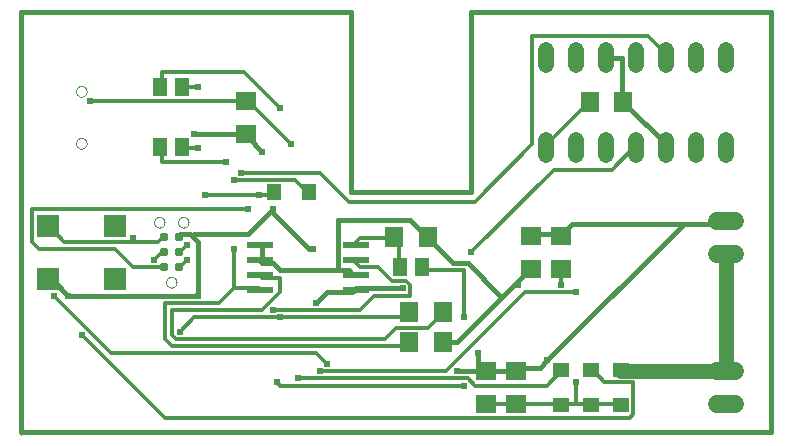
<source format=gbl>
G75*
%MOIN*%
%OFA0B0*%
%FSLAX24Y24*%
%IPPOS*%
%LPD*%
%AMOC8*
5,1,8,0,0,1.08239X$1,22.5*
%
%ADD10C,0.0000*%
%ADD11C,0.0160*%
%ADD12R,0.0630X0.0710*%
%ADD13R,0.0512X0.0591*%
%ADD14R,0.0709X0.0630*%
%ADD15C,0.0310*%
%ADD16R,0.0551X0.0472*%
%ADD17R,0.0750X0.0750*%
%ADD18R,0.0472X0.0551*%
%ADD19R,0.0870X0.0240*%
%ADD20C,0.0600*%
%ADD21C,0.0520*%
%ADD22R,0.0630X0.0709*%
%ADD23C,0.0500*%
%ADD24C,0.0180*%
%ADD25C,0.0240*%
%ADD26C,0.0120*%
D10*
X003100Y003862D02*
X003100Y003962D01*
X003100Y017962D01*
X004923Y015329D02*
X004925Y015355D01*
X004931Y015381D01*
X004941Y015406D01*
X004954Y015429D01*
X004970Y015449D01*
X004990Y015467D01*
X005012Y015482D01*
X005035Y015494D01*
X005061Y015502D01*
X005087Y015506D01*
X005113Y015506D01*
X005139Y015502D01*
X005165Y015494D01*
X005189Y015482D01*
X005210Y015467D01*
X005230Y015449D01*
X005246Y015429D01*
X005259Y015406D01*
X005269Y015381D01*
X005275Y015355D01*
X005277Y015329D01*
X005275Y015303D01*
X005269Y015277D01*
X005259Y015252D01*
X005246Y015229D01*
X005230Y015209D01*
X005210Y015191D01*
X005188Y015176D01*
X005165Y015164D01*
X005139Y015156D01*
X005113Y015152D01*
X005087Y015152D01*
X005061Y015156D01*
X005035Y015164D01*
X005011Y015176D01*
X004990Y015191D01*
X004970Y015209D01*
X004954Y015229D01*
X004941Y015252D01*
X004931Y015277D01*
X004925Y015303D01*
X004923Y015329D01*
X004923Y013596D02*
X004925Y013622D01*
X004931Y013648D01*
X004941Y013673D01*
X004954Y013696D01*
X004970Y013716D01*
X004990Y013734D01*
X005012Y013749D01*
X005035Y013761D01*
X005061Y013769D01*
X005087Y013773D01*
X005113Y013773D01*
X005139Y013769D01*
X005165Y013761D01*
X005189Y013749D01*
X005210Y013734D01*
X005230Y013716D01*
X005246Y013696D01*
X005259Y013673D01*
X005269Y013648D01*
X005275Y013622D01*
X005277Y013596D01*
X005275Y013570D01*
X005269Y013544D01*
X005259Y013519D01*
X005246Y013496D01*
X005230Y013476D01*
X005210Y013458D01*
X005188Y013443D01*
X005165Y013431D01*
X005139Y013423D01*
X005113Y013419D01*
X005087Y013419D01*
X005061Y013423D01*
X005035Y013431D01*
X005011Y013443D01*
X004990Y013458D01*
X004970Y013476D01*
X004954Y013496D01*
X004941Y013519D01*
X004931Y013544D01*
X004925Y013570D01*
X004923Y013596D01*
X007525Y010962D02*
X007527Y010988D01*
X007533Y011014D01*
X007542Y011038D01*
X007555Y011061D01*
X007572Y011081D01*
X007591Y011099D01*
X007613Y011114D01*
X007636Y011125D01*
X007661Y011133D01*
X007687Y011137D01*
X007713Y011137D01*
X007739Y011133D01*
X007764Y011125D01*
X007788Y011114D01*
X007809Y011099D01*
X007828Y011081D01*
X007845Y011061D01*
X007858Y011038D01*
X007867Y011014D01*
X007873Y010988D01*
X007875Y010962D01*
X007873Y010936D01*
X007867Y010910D01*
X007858Y010886D01*
X007845Y010863D01*
X007828Y010843D01*
X007809Y010825D01*
X007787Y010810D01*
X007764Y010799D01*
X007739Y010791D01*
X007713Y010787D01*
X007687Y010787D01*
X007661Y010791D01*
X007636Y010799D01*
X007612Y010810D01*
X007591Y010825D01*
X007572Y010843D01*
X007555Y010863D01*
X007542Y010886D01*
X007533Y010910D01*
X007527Y010936D01*
X007525Y010962D01*
X008325Y010962D02*
X008327Y010988D01*
X008333Y011014D01*
X008342Y011038D01*
X008355Y011061D01*
X008372Y011081D01*
X008391Y011099D01*
X008413Y011114D01*
X008436Y011125D01*
X008461Y011133D01*
X008487Y011137D01*
X008513Y011137D01*
X008539Y011133D01*
X008564Y011125D01*
X008588Y011114D01*
X008609Y011099D01*
X008628Y011081D01*
X008645Y011061D01*
X008658Y011038D01*
X008667Y011014D01*
X008673Y010988D01*
X008675Y010962D01*
X008673Y010936D01*
X008667Y010910D01*
X008658Y010886D01*
X008645Y010863D01*
X008628Y010843D01*
X008609Y010825D01*
X008587Y010810D01*
X008564Y010799D01*
X008539Y010791D01*
X008513Y010787D01*
X008487Y010787D01*
X008461Y010791D01*
X008436Y010799D01*
X008412Y010810D01*
X008391Y010825D01*
X008372Y010843D01*
X008355Y010863D01*
X008342Y010886D01*
X008333Y010910D01*
X008327Y010936D01*
X008325Y010962D01*
X007925Y008962D02*
X007927Y008988D01*
X007933Y009014D01*
X007942Y009038D01*
X007955Y009061D01*
X007972Y009081D01*
X007991Y009099D01*
X008013Y009114D01*
X008036Y009125D01*
X008061Y009133D01*
X008087Y009137D01*
X008113Y009137D01*
X008139Y009133D01*
X008164Y009125D01*
X008188Y009114D01*
X008209Y009099D01*
X008228Y009081D01*
X008245Y009061D01*
X008258Y009038D01*
X008267Y009014D01*
X008273Y008988D01*
X008275Y008962D01*
X008273Y008936D01*
X008267Y008910D01*
X008258Y008886D01*
X008245Y008863D01*
X008228Y008843D01*
X008209Y008825D01*
X008187Y008810D01*
X008164Y008799D01*
X008139Y008791D01*
X008113Y008787D01*
X008087Y008787D01*
X008061Y008791D01*
X008036Y008799D01*
X008012Y008810D01*
X007991Y008825D01*
X007972Y008843D01*
X007955Y008863D01*
X007942Y008886D01*
X007933Y008910D01*
X007927Y008936D01*
X007925Y008962D01*
D11*
X014100Y011962D02*
X018100Y011962D01*
X018100Y017962D01*
X028100Y017962D01*
X028100Y003962D01*
X003100Y003962D01*
X003100Y017962D01*
X014100Y017962D01*
X014100Y011962D01*
D12*
X015540Y010462D03*
X016660Y010462D03*
X017160Y007962D03*
X017160Y006962D03*
X016040Y006962D03*
X016040Y007962D03*
D13*
X015726Y009462D03*
X016474Y009462D03*
X008474Y013462D03*
X007726Y013462D03*
X007726Y015462D03*
X008474Y015462D03*
D14*
X010600Y015014D03*
X010600Y013911D03*
X020100Y010514D03*
X021100Y010514D03*
X021100Y009411D03*
X020100Y009411D03*
X019600Y006014D03*
X018600Y006014D03*
X018600Y004911D03*
X019600Y004911D03*
D15*
X008350Y009462D03*
X007850Y009462D03*
X007850Y009962D03*
X008350Y009962D03*
X008350Y010462D03*
X007850Y010462D03*
D16*
X021100Y006053D03*
X022100Y006053D03*
X023100Y006053D03*
X023100Y004872D03*
X022100Y004872D03*
X021100Y004872D03*
D17*
X006225Y009087D03*
X003975Y009087D03*
X003975Y010837D03*
X006225Y010837D03*
D18*
X011509Y011962D03*
X012691Y011962D03*
D19*
X014255Y010212D03*
X014255Y009712D03*
X014255Y009212D03*
X014255Y008712D03*
X011070Y008712D03*
X011070Y009212D03*
X011070Y009712D03*
X011070Y010212D03*
D20*
X026300Y009912D02*
X026900Y009912D01*
X026900Y011012D02*
X026300Y011012D01*
X026300Y006012D02*
X026900Y006012D01*
X026900Y004912D02*
X026300Y004912D01*
D21*
X026600Y013202D02*
X026600Y013722D01*
X025600Y013722D02*
X025600Y013202D01*
X024600Y013202D02*
X024600Y013722D01*
X023600Y013722D02*
X023600Y013202D01*
X022600Y013202D02*
X022600Y013722D01*
X021600Y013722D02*
X021600Y013202D01*
X020600Y013202D02*
X020600Y013722D01*
X020600Y016202D02*
X020600Y016722D01*
X021600Y016722D02*
X021600Y016202D01*
X022600Y016202D02*
X022600Y016722D01*
X023600Y016722D02*
X023600Y016202D01*
X024600Y016202D02*
X024600Y016722D01*
X025600Y016722D02*
X025600Y016202D01*
X026600Y016202D02*
X026600Y016722D01*
D22*
X023151Y014962D03*
X022049Y014962D03*
D23*
X026600Y009912D02*
X026600Y006012D01*
X023100Y006012D01*
X023100Y006053D01*
D24*
X020620Y006362D02*
X020380Y006122D01*
X019660Y006122D01*
X019600Y006014D01*
X019540Y006002D01*
X018700Y006002D01*
X018600Y006014D01*
X018340Y006002D01*
X018340Y006602D01*
X018340Y006002D02*
X017620Y006002D01*
X018340Y006002D02*
X018580Y006002D01*
X018600Y006014D01*
X017620Y006962D02*
X017260Y006962D01*
X017160Y006962D01*
X017620Y006962D02*
X019120Y008462D01*
X019060Y008522D01*
X017980Y009602D01*
X017500Y009602D01*
X016660Y010442D01*
X016660Y010462D01*
X016540Y010562D01*
X016060Y011042D01*
X013660Y011042D01*
X013660Y009362D01*
X014020Y009362D01*
X014140Y009242D01*
X014255Y009212D01*
X013660Y009362D02*
X011740Y009362D01*
X011500Y009602D01*
X011140Y009602D01*
X011070Y009712D01*
X011140Y009722D01*
X011140Y010202D01*
X011070Y010212D01*
X010660Y010562D02*
X008860Y010562D01*
X008800Y010502D01*
X008740Y010562D01*
X008380Y010562D01*
X008350Y010462D01*
X008800Y010502D02*
X008980Y010322D01*
X008980Y008522D01*
X004660Y008522D01*
X004180Y009002D01*
X004060Y009002D01*
X003975Y009087D01*
X010660Y010562D02*
X011440Y011342D01*
X011500Y011282D01*
X012700Y010082D01*
X012820Y010082D01*
X013300Y008642D02*
X014140Y008642D01*
X014255Y008712D01*
X014260Y008762D01*
X015820Y008762D01*
X013300Y008642D02*
X012940Y008282D01*
X011440Y011342D02*
X011500Y011402D01*
X011140Y013322D02*
X010660Y013802D01*
X010600Y013911D01*
X010540Y013922D01*
X008860Y013922D01*
X019120Y008462D02*
X019600Y008942D01*
X019660Y008882D01*
X019600Y008942D02*
X020020Y009362D01*
X020100Y009411D01*
X020100Y010514D02*
X020140Y010562D01*
X021100Y010562D01*
X021100Y010514D01*
X021100Y010562D01*
X021460Y010922D01*
X025180Y010922D01*
X020620Y006362D01*
X025180Y010922D02*
X026500Y010922D01*
X026600Y011012D01*
X024600Y013462D02*
X024580Y013562D01*
X023260Y014882D01*
X023151Y014962D01*
X023140Y015002D01*
X023140Y016442D01*
X022660Y016442D01*
X022600Y016462D01*
D25*
X018100Y009962D03*
X019660Y008882D03*
X021100Y008882D03*
X021580Y008642D03*
X020620Y006362D03*
X021580Y005642D03*
X018340Y006602D03*
X017620Y006002D03*
X017860Y005522D03*
X017860Y007802D03*
X015820Y008762D03*
X012940Y008282D03*
X011740Y007802D03*
X011500Y008042D03*
X013300Y006242D03*
X013060Y006002D03*
X012340Y005762D03*
X011620Y005642D03*
X008380Y007322D03*
X008980Y008522D03*
X008620Y009722D03*
X008620Y010202D03*
X007540Y009722D03*
X006820Y010442D03*
X009220Y011882D03*
X010180Y012362D03*
X010420Y012602D03*
X009940Y012962D03*
X008980Y013442D03*
X008860Y013922D03*
X008980Y015482D03*
X011740Y014762D03*
X012100Y013562D03*
X011140Y013322D03*
X011020Y011882D03*
X010660Y011402D03*
X011500Y011402D03*
X010180Y010082D03*
X012820Y010082D03*
X005380Y015002D03*
X004660Y008522D03*
X004180Y008522D03*
X005140Y007202D03*
D26*
X007900Y004442D01*
X023380Y004442D01*
X023500Y004562D01*
X023500Y005642D01*
X022540Y005642D01*
X022180Y006002D01*
X022100Y006053D01*
X021580Y005642D02*
X021580Y004922D01*
X021100Y004922D01*
X021100Y004872D01*
X021100Y004922D01*
X019660Y004922D01*
X019600Y004911D01*
X019540Y004922D01*
X018700Y004922D01*
X018600Y004911D01*
X018220Y005522D02*
X017980Y005762D01*
X012340Y005762D01*
X011740Y005522D02*
X017860Y005522D01*
X018220Y005522D02*
X020620Y005522D01*
X021100Y006002D01*
X021100Y006053D01*
X021580Y004922D02*
X022060Y004922D01*
X022100Y004872D01*
X022180Y004922D01*
X023020Y004922D01*
X023100Y004872D01*
X021580Y008642D02*
X019900Y008642D01*
X017260Y006002D01*
X013060Y006002D01*
X013300Y006242D02*
X012940Y006602D01*
X006100Y006602D01*
X004180Y008522D01*
X003700Y010082D02*
X003460Y010322D01*
X003460Y011402D01*
X010660Y011402D01*
X011020Y011882D02*
X009220Y011882D01*
X010180Y012362D02*
X012220Y012362D01*
X012580Y012002D01*
X012691Y011962D01*
X013060Y012602D02*
X014020Y011642D01*
X018220Y011642D01*
X020140Y013562D01*
X020140Y017162D01*
X023980Y017162D01*
X024580Y016562D01*
X024600Y016462D01*
X022049Y014962D02*
X021940Y014882D01*
X020620Y013562D01*
X020600Y013462D01*
X020860Y012722D02*
X022780Y012722D01*
X023500Y013442D01*
X023600Y013462D01*
X020860Y012722D02*
X018100Y009962D01*
X017860Y009362D02*
X016540Y009362D01*
X016474Y009462D01*
X015940Y009002D02*
X016060Y008882D01*
X016060Y008522D01*
X014860Y008522D01*
X014380Y008042D01*
X011500Y008042D01*
X011740Y007802D02*
X008860Y007802D01*
X008380Y007322D01*
X008140Y007202D02*
X008260Y007082D01*
X015220Y007082D01*
X015580Y007442D01*
X016660Y007442D01*
X017140Y007922D01*
X017160Y007962D01*
X017860Y007802D02*
X017860Y009362D01*
X015940Y009002D02*
X015460Y009002D01*
X014980Y009482D01*
X014380Y009482D01*
X014260Y009602D01*
X014255Y009712D01*
X014255Y010212D02*
X014260Y010322D01*
X014380Y010442D01*
X015460Y010442D01*
X015540Y010462D01*
X015580Y010442D01*
X015700Y010442D01*
X015700Y009482D01*
X015726Y009462D01*
X016040Y007962D02*
X015940Y007922D01*
X015820Y007802D01*
X011740Y007802D01*
X011140Y008042D02*
X011740Y008642D01*
X011740Y009122D01*
X011140Y009122D01*
X011070Y009212D01*
X011020Y008762D02*
X010180Y008762D01*
X009700Y008282D01*
X007900Y008282D01*
X007900Y007082D01*
X008140Y006842D01*
X015820Y006842D01*
X015940Y006962D01*
X016040Y006962D01*
X011740Y005522D02*
X011620Y005642D01*
X011140Y008042D02*
X008140Y008042D01*
X008140Y007202D01*
X010180Y008762D02*
X010180Y010082D01*
X011020Y008762D02*
X011070Y008712D01*
X008620Y009722D02*
X008380Y009482D01*
X008350Y009462D01*
X007850Y009462D02*
X007780Y009482D01*
X006820Y009482D01*
X006220Y010082D01*
X003700Y010082D01*
X003975Y010837D02*
X004060Y010802D01*
X004540Y010322D01*
X006820Y010322D01*
X006820Y010442D01*
X006820Y010322D02*
X007660Y010322D01*
X007780Y010442D01*
X007850Y010462D01*
X007850Y009962D02*
X007780Y009962D01*
X007540Y009722D01*
X008350Y009962D02*
X008380Y009962D01*
X008620Y010202D01*
X011020Y011882D02*
X011500Y011882D01*
X011509Y011962D01*
X010420Y012602D02*
X013060Y012602D01*
X012100Y013562D02*
X010660Y015002D01*
X010600Y015014D01*
X010540Y015002D01*
X005380Y015002D01*
X007726Y015462D02*
X007780Y015482D01*
X007780Y015962D01*
X010540Y015962D01*
X011740Y014762D01*
X009940Y012962D02*
X007780Y012962D01*
X007780Y013442D01*
X007726Y013462D01*
X008474Y013462D02*
X008500Y013442D01*
X008980Y013442D01*
X008980Y015482D02*
X008500Y015482D01*
X008474Y015462D01*
X021100Y009411D02*
X021100Y009362D01*
X021100Y008882D01*
M02*

</source>
